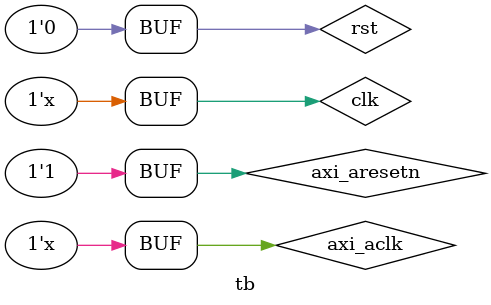
<source format=v>
/*
 * Copyright (C) 2018 Markus Lavin (https://www.zzzconsulting.se/)
 *
 * All rights reserved.
 *
 * This program is free software: you can redistribute it and/or modify
 * it under the terms of the GNU General Public License as published by
 * the Free Software Foundation, either version 3 of the License, or
 * (at your option) any later version.
 *
 * This program is distributed in the hope that it will be useful,
 * but WITHOUT ANY WARRANTY; without even the implied warranty of
 * MERCHANTABILITY or FITNESS FOR A PARTICULAR PURPOSE.  See the
 * GNU General Public License for more details.
 *
 * You should have received a copy of the GNU General Public License
 * along with this program.  If not, see <https://www.gnu.org/licenses/>.
 *
 */

module tb #(
  parameter integer C_AXI_DATA_WIDTH = 32,
  parameter integer C_AXI_ADDR_WIDTH = 13
);

	reg clk, rst;

	wire axi_aclk;
	wire axi_aresetn;
	reg [C_AXI_ADDR_WIDTH-1 : 0] axi_awaddr;
	reg [2 : 0] axi_awprot;
	reg axi_awvalid;
	wire axi_awready;
	reg [C_AXI_DATA_WIDTH-1 : 0] axi_wdata;
	reg [(C_AXI_DATA_WIDTH/8)-1 : 0] axi_wstrb;
	reg axi_wvalid;
	wire axi_wready;
	wire [1 : 0] axi_bresp;
	wire axi_bvalid;
	reg axi_bready;
	reg [C_AXI_ADDR_WIDTH-1 : 0] axi_araddr;
	reg [2 : 0] axi_arprot;
	reg axi_arvalid;
	wire axi_arready;
	wire [C_AXI_DATA_WIDTH-1 : 0] axi_rdata;
	wire [1 : 0] axi_rresp;
	wire axi_rvalid;
	reg axi_rready;

	wire clk_req;
	wire irq;

	assign axi_aclk = clk;
	assign axi_aresetn = ~rst;

	modem_axi_top dut(
	  .S00_AXI_aclk(axi_aclk),
	  .S00_AXI_aresetn(axi_aresetn),
	  .S00_AXI_awaddr(axi_awaddr),
	  .S00_AXI_awprot(axi_awprot),
	  .S00_AXI_awvalid(axi_awvalid),
	  .S00_AXI_awready(axi_awready),
	  .S00_AXI_wdata(axi_wdata),
	  .S00_AXI_wstrb(axi_wstrb),
	  .S00_AXI_wvalid(axi_wvalid),
	  .S00_AXI_wready(axi_wready),
	  .S00_AXI_bresp(axi_bresp),
	  .S00_AXI_bvalid(axi_bvalid),
	  .S00_AXI_bready(axi_bready),
	  .S00_AXI_araddr(axi_araddr),
	  .S00_AXI_arprot(axi_arprot),
	  .S00_AXI_arvalid(axi_arvalid),
	  .S00_AXI_arready(axi_arready),
	  .S00_AXI_rdata(axi_rdata),
	  .S00_AXI_rresp(axi_rresp),
	  .S00_AXI_rvalid(axi_rvalid),
	  .S00_AXI_rready(axi_rready),

	  .clk_req_o(clk_req),
	  .irq_o(irq)
	);

	initial begin
		$dumpvars;
		clk = 0;
		rst = 1;

		#5
		rst = 0;
	end

	always clk = #1 ~clk;

endmodule


</source>
